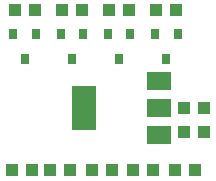
<source format=gbr>
G04 EAGLE Gerber RS-274X export*
G75*
%MOMM*%
%FSLAX34Y34*%
%LPD*%
%INSolderpaste Bottom*%
%IPPOS*%
%AMOC8*
5,1,8,0,0,1.08239X$1,22.5*%
G01*
%ADD10R,0.800000X0.900000*%
%ADD11R,1.000000X1.100000*%
%ADD12R,2.006600X1.498600*%
%ADD13R,2.006600X3.810000*%
%ADD14R,1.100000X1.000000*%


D10*
X29500Y245000D03*
X39000Y266000D03*
X20000Y266000D03*
D11*
X21000Y286000D03*
X38000Y286000D03*
X138500Y150500D03*
X121500Y150500D03*
D10*
X149500Y245000D03*
X159000Y266000D03*
X140000Y266000D03*
D11*
X141000Y286000D03*
X158000Y286000D03*
X173500Y150500D03*
X156500Y150500D03*
D10*
X109500Y245000D03*
X119000Y266000D03*
X100000Y266000D03*
D11*
X101000Y286000D03*
X118000Y286000D03*
X103500Y150500D03*
X86500Y150500D03*
D10*
X69500Y245000D03*
X79000Y266000D03*
X60000Y266000D03*
D11*
X61000Y286000D03*
X78000Y286000D03*
X68000Y150500D03*
X51000Y150500D03*
D12*
X142996Y226106D03*
X142996Y203246D03*
X142996Y180386D03*
D13*
X80004Y203500D03*
D14*
X164500Y203500D03*
X181500Y203500D03*
X164500Y182500D03*
X181500Y182500D03*
X18500Y150500D03*
X35500Y150500D03*
M02*

</source>
